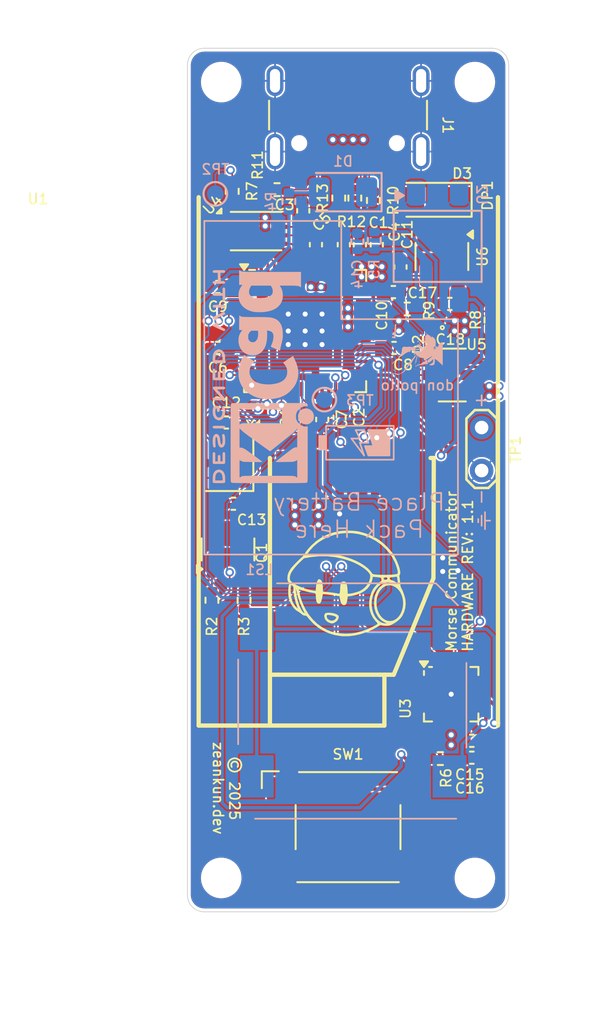
<source format=kicad_pcb>
(kicad_pcb (version 20240108) (generator "pcbnew") (generator_version "8.0")
  (layers (0 "F.Cu" signal) (1 "In1.Cu" signal) (2 "In2.Cu" signal) (31 "B.Cu" signal) (34 "B.Paste" user) (35 "F.Paste" user) (36 "B.SilkS" user "B.Silkscreen") (37 "F.SilkS" user "F.Silkscreen") (38 "B.Mask" user) (39 "F.Mask" user) (44 "Edge.Cuts" user))
  (net 0 "")
  (net 1 "+1V1")
  (net 2 "GND")
  (net 3 "+3V3")
  (net 4 "/XI")
  (net 5 "/XO")
  (net 6 "Net-(U2-Vcc)")
  (net 7 "Net-(D1-A)")
  (net 8 "Net-(D2-A)")
  (net 9 "Net-(D2-K)")
  (net 10 "VBUS")
  (net 11 "VSYS")
  (net 12 "Net-(DP1-LEDK)")
  (net 13 "/LCD_SCL")
  (net 15 "/LCD_CS")
  (net 16 "/LCD_RS")
  (net 18 "/LCD_SDA")
  (net 19 "/LCD_RES")
  (net 21 "Net-(J1-D--PadA7)")
  (net 23 "Net-(J1-D+-PadA6)")
  (net 24 "Net-(J1-CC2)")
  (net 26 "Net-(J1-CC1)")
  (net 27 "Net-(U3-OUTN)")
  (net 28 "Net-(U3-OUTP)")
  (net 29 "Net-(Q1-B)")
  (net 30 "Net-(Q1-E)")
  (net 31 "Net-(U1-XOUT)")
  (net 32 "/LCD_BACKLIGHT")
  (net 33 "/IR_BLASTER")
  (net 34 "Net-(U3-~{SD_MODE})")
  (net 35 "/FLASH_CS")
  (net 36 "Net-(R7-Pad1)")
  (net 37 "Net-(U5-PROG)")
  (net 38 "/D+")
  (net 39 "/D-")
  (net 40 "/CODEIN")
  (net 41 "Net-(U5-BAT)")
  (net 42 "Net-(U1-RUN)")
  (net 46 "/PCM_BCLK")
  (net 47 "/FLASH_SD1")
  (net 50 "/PCM_DIN")
  (net 51 "/PCM_LRCLK")
  (net 57 "/FLASH_SCK")
  (net 61 "/IR_RECV")
  (net 62 "/FLASH_SD2")
  (net 65 "/FLASH_SD3")
  (net 71 "/FLASH_SD0")
  (net 78 "Net-(U6-BP)")
  (footprint "Resistor_SMD:R_0402_1005Metric" (layer "F.Cu") (at 86.35 60.6 -90)
    (property "Reference" "R3")
    (property "Value" "20")
  )
  (footprint "Resistor_SMD:R_0402_1005Metric" (layer "F.Cu") (at 100.95 44.05 90)
    (property "Reference" "R8")
    (property "Value" "2k")
  )
  (footprint "Capacitor_SMD:C_0402_1005Metric" (layer "F.Cu") (at 90.975 49.925 -90)
    (property "Reference" "C7")
    (property "Value" "100n")
  )
  (footprint "Diode_SMD:D_SOD-123F" (layer "F.Cu") (at 97.599999 36.95 180)
    (property "Reference" "D3")
    (property "Value" "MBR120VLSFT1G")
  )
  (footprint "Capacitor_SMD:C_0402_1005Metric" (layer "F.Cu") (at 84.8 45.7 180)
    (property "Reference" "C6")
    (property "Value" "100n")
  )
  (footprint "Crystal:Crystal_SMD_2520-4Pin_2.5x2.0mm" (layer "F.Cu") (at 85.5 52.5 90)
    (property "Reference" "Y1")
    (property "Value" "12MHz")
  )
  (footprint "Resistor_SMD:R_0402_1005Metric" (layer "F.Cu") (at 84.45 60.6 90)
    (property "Reference" "R2")
    (property "Value" "1k")
  )
  (footprint "Resistor_SMD:R_0402_1005Metric" (layer "F.Cu") (at 94 36.990001 -90)
    (property "Reference" "R10")
    (property "Value" "5.1k")
  )
  (footprint "Package_TO_SOT_SMD:SOT-23-5" (layer "F.Cu") (at 98.05 40.3 -90)
    (property "Reference" "U6")
    (property "Value" "MIC5205-3.3YM5")
  )
  (footprint "Capacitor_SMD:C_0402_1005Metric" (layer "F.Cu") (at 95.18 42.4)
    (property "Reference" "C10")
    (property "Value" "100n")
  )
  (footprint "Capacitor_SMD:C_0402_1005Metric" (layer "F.Cu") (at 99.82 69.8975)
    (property "Reference" "C16")
    (property "Value" "10u")
  )
  (footprint "Resistor_SMD:R_0402_1005Metric" (layer "F.Cu") (at 91.950001 36.85 -90)
    (property "Reference" "R13")
    (property "Value" "200")
  )
  (footprint "Package_SON:Winbond_USON-8-1EP_3x2mm_P0.5mm_EP0.2x1.6mm" (layer "F.Cu") (at 87.0625 38.8)
    (property "Reference" "U4")
    (property "Value" "ZD25WQ32CEIGR")
  )
  (footprint "Capacitor_SMD:C_0402_1005Metric" (layer "F.Cu") (at 92 49.8 -90)
    (property "Reference" "C2")
    (property "Value" "100n")
  )
  (footprint "TestPoint:TestPoint_2Pads_Pitch2.54mm_Drill0.8mm" (layer "F.Cu") (at 100.4 50.4 -90)
    (property "Reference" "TP1")
    (property "Value" "BAT")
  )
  (footprint "Resistor_SMD:R_0402_1005Metric" (layer "F.Cu") (at 90 49.8 90)
    (property "Reference" "R1")
    (property "Value" "1k")
  )
  (footprint "Capacitor_SMD:C_0402_1005Metric" (layer "F.Cu") (at 95.22 45.7)
    (property "Reference" "C8")
    (property "Value" "100n")
  )
  (footprint "MountingHole:MountingHole_2.1mm" (layer "F.Cu") (at 85 77)
    (property "Reference" "H4" (hide yes))
    (property "Value" "MountingHole")
  )
  (footprint "MountingHole:MountingHole_2.1mm" (layer "F.Cu") (at 100 77)
    (property "Reference" "H3" (hide yes))
    (property "Value" "MountingHole")
  )
  (footprint "Resistor_SMD:R_0402_1005Metric" (layer "F.Cu") (at 92.9 36.85 -90)
    (property "Reference" "R12")
    (property "Value" "200")
  )
  (footprint "MountingHole:MountingHole_2.1mm" (layer "F.Cu") (at 100 30)
    (property "Reference" "H2" (hide yes))
    (property "Value" "MountingHole")
  )
  (footprint "Resistor_SMD:R_0402_1005Metric" (layer "F.Cu") (at 85.65 36.45 -90)
    (property "Reference" "R7")
    (property "Value" "1k")
  )
  (footprint "Capacitor_SMD:C_0402_1005Metric" (layer "F.Cu") (at 99.82 68.9)
    (property "Reference" "C15")
    (property "Value" "1u")
  )
  (footprint "Resistor_SMD:R_0402_1005Metric" (layer "F.Cu") (at 88.3 36.35 180)
    (property "Reference" "R11")
    (property "Value" "5.1k")
  )
  (footprint "Capacitor_SMD:C_0402_1005Metric" (layer "F.Cu") (at 85.3 50.1)
    (property "Reference" "C12")
    (property "Value" "15pF")
  )
  (footprint "Capacitor_SMD:C_0402_1005Metric" (layer "F.Cu") (at 84.8 42.1 180)
    (property "Reference" "C9")
    (property "Value" "100n")
  )
  (footprint "MountingHole:MountingHole_2.1mm" (layer "F.Cu") (at 85 30)
    (property "Reference" "H1" (hide yes))
    (property "Value" "MountingHole")
  )
  (footprint "Package_DFN_QFN:TQFN-16-1EP_3x3mm_P0.5mm_EP1.23x1.23mm" (layer "F.Cu") (at 98.6 66.15)
    (property "Reference" "U3")
    (property "Value" "MAX98357A")
  )
  (footprint "Capacitor_SMD:C_0402_1005Metric" (layer "F.Cu") (at 98.52 43.1 180)
    (property "Reference" "C18")
    (property "Value" "2.2u")
  )
  (footprint "Capacitor_SMD:C_0402_1005Metric" (layer "F.Cu") (at 93.2 39.6 90)
    (property "Reference" "C4")
    (property "Value" "1u")
  )
  (footprint "LOGO" (layer "F.Cu") (at 92.4 59.6)
    (property "Reference" "G***" (hide yes))
    (property "Value" "LOGO" (hide yes))
  )
  (footprint "Resistor_SMD:R_0402_1005Metric" (layer "F.Cu") (at 97.959999 69.95 180)
    (property "Reference" "R6")
    (property "Value" "1m")
  )
  (footprint "Capacitor_SMD:C_0402_1005Metric" (layer "F.Cu") (at 85.72 54.9 180)
    (property "Reference" "C13")
    (property "Value" "15pF")
  )
  (footprint "Package_TO_SOT_SMD:SOT-23" (layer "F.Cu") (at 85.4 57.6 90)
    (property "Reference" "Q1")
    (property "Value" "BC807")
  )
  (footprint "Package_TO_SOT_SMD:TSOT-23-6" (layer "F.Cu") (at 98.6625 47.3)
    (property "Reference" "U5")
    (property "Value" "TP4057")
  )
  (footprint "Connector_USB:USB_C_Receptacle_GCT_USB4105-xx-A_16P_TopMnt_Horizontal" (layer "F.Cu") (at 92.5 31 180)
    (property "Reference" "J1")
    (property "Value" "USB_C_Receptacle_USB2.0_16P")
  )
  (footprint "Resistor_SMD:R_0402_1005Metric" (layer "F.Cu") (at 96 43.4 180)
    (property "Reference" "R9")
    (property "Value" "330")
  )
  (footprint "Package_DFN_QFN:QFN-56-1EP_7x7mm_P0.4mm_EP3.2x3.2mm" (layer "F.Cu") (at 89.9625 44.7)
    (property "Reference" "U1")
    (property "Value" "RP2040")
  )
  (footprint "Capacitor_SMD:C_0402_1005Metric" (layer "F.Cu") (at 95.6 40.92 90)
    (property "Reference" "C17")
    (property "Value" "470p")
  )
  (footprint "Capacitor_SMD:C_0402_1005Metric" (layer "F.Cu") (at 94.2 39.6 90)
    (property "Reference" "C11")
    (property "Value" "100n")
  )
  (footprint "Capacitor_SMD:C_0402_1005Metric" (layer "F.Cu") (at 89.85 37.6 90)
    (property "Reference" "C3")
    (property "Value" "100n")
  )
  (footprint "LED_SMD:LED_0402_1005Metric" (layer "F.Cu") (at 96.985 44.5 180)
    (property "Reference" "D2")
    (property "Value" "GREEN")
  )
  (footprint "Button_Switch_SMD:SW_SPST_Omron_B3FS-100xP" (layer "F.Cu") (at 92.5 74)
    (property "Reference" "SW1")
    (property "Value" "SW_Push")
  )
  (footprint "Misc:N114-2413THBIG01-H13" (layer "F.Cu") (at 92.866 53)
    (property "Reference" "DP1")
    (property "Value" "ST7789")
  )
  (footprint "Capacitor_SMD:C_0402_1005Metric" (layer "F.Cu") (at 90.6 39.6 90)
    (property "Reference" "C5")
    (property "Value" "100n")
  )
  (footprint "Capacitor_SMD:C_0402_1005Metric" (layer "F.Cu") (at 92.25 39.6 90)
    (property "Reference" "C1")
    (property "Value" "1u")
  )
  (footprint "OptoDevice:Everlight_IRM-H6xxT" (layer "B.Cu") (at 97.8 39.7 -90)
    (property "Reference" "U2")
    (property "Value" "IRM-H6xxT")
  )
  (footprint "Capacitor_SMD:C_0402_1005Metric" (layer "B.Cu") (at 93.05 39.4 90)
    (property "Reference" "C14")
    (property "Value" "100n")
  )
  (footprint "Misc:Speaker_13x13mm" (layer "B.Cu") (at 92.8 66.6 180)
    (property "Reference" "LS1")
    (property "Value" "Speaker")
  )
  (footprint "Resistor_SMD:R_0402_1005Metric" (layer "B.Cu") (at 89 37.05 90)
    (property "Reference" "R4")
    (property "Value" "100")
  )
  (footprint "TestPoint:TestPoint_Pad_D1.0mm" (layer "B.Cu") (at 84.65 36.6 180)
    (property "Reference" "TP2")
    (property "Value" "BOOTSEL")
  )
  (footprint "Resistor_SMD:R_0402_1005Metric" (layer "B.Cu") (at 94.05 39.35 90)
    (property "Reference" "R5")
    (property "Value" "220")
  )
  (footprint "Symbol:KiCad-Logo2_5mm_SilkScreen" (layer "B.Cu") (at 87.5 47.4 90)
    (property "Reference" "REF**" (hide yes))
    (property "Value" "KiCad-Logo2_5mm_SilkScreen" (hide yes))
  )
  (footprint "LED_SMD:LED_1206_3216Metric" (layer "B.Cu") (at 92.2 36.5 180)
    (property "Reference" "D1")
    (property "Value" "IR26-21C_L110_TR8")
  )
  (footprint "TestPoint:TestPoint_Pad_D1.0mm" (layer "B.Cu") (at 91.1 48.75 180)
    (property "Reference" "TP3")
    (property "Value" "RUN")
  )
  (footprint "LOGO" (layer "B.Cu") (at 96.6 45.8 180)
    (property "Reference" "G***" (hide yes))
    (property "Value" "LOGO" (hide yes))
  )
  (gr_line (start 100.6 55.9) (end 100.9 55.9) (stroke (width 0.1)) (layer "B.SilkS"))
  (gr_line (start 100.7 48.8) (end 100.1 48.8) (stroke (width 0.1)) (layer "B.SilkS"))
  (gr_rect (start 90.8 50.9) (end 91.2 51.7) (stroke (width 0.1)) (fill solid) (layer "B.SilkS"))
  (gr_line (start 93.45 52.05) (end 92.7 51.05) (stroke (width 0.1)) (layer "B.SilkS"))
  (gr_line (start 84 38.2) (end 84 57.9) (stroke (width 0.1)) (layer "B.SilkS"))
  (gr_line (start 93.2 51.05) (end 92.95 50.55) (stroke (width 0.1)) (layer "B.SilkS"))
  (gr_line (start 92.1 44) (end 92.1 38.2) (stroke (width 0.1)) (layer "B.SilkS"))
  (gr_line (start 100.4 56.2) (end 100.4 55.6) (stroke (width 0.1)) (layer "B.SilkS"))
  (gr_line (start 100.4 48.5) (end 100.4 49.1) (stroke (width 0.1)) (layer "B.SilkS"))
  (gr_line (start 92.7 51.05) (end 93.2 51.05) (stroke (width 0.1)) (layer "B.SilkS"))
  (gr_line (start 92.95 50.55) (end 93.45 50.55) (stroke (width 0.1)) (layer "B.SilkS"))
  (gr_line (start 93.45 50.55) (end 93.7 51.3) (stroke (width 0.1)) (layer "B.SilkS"))
  (gr_line (start 100.6 56.4) (end 100.6 55.4) (stroke (width 0.1)) (layer "B.SilkS"))
  (gr_line (start 99 44) (end 92.1 44) (stroke (width 0.1)) (layer "B.SilkS"))
  (gr_poly (pts (xy 93.7 50.55) (xy 94 51.5) (xy 93.5 51.5) (xy 93.7 52.05) (xy 94.95 52.05) (xy 94.95 50.55)) (stroke (width 0.1)) (fill solid) (layer "B.SilkS"))
  (gr_line (start 99 57.9) (end 99 44) (stroke (width 0.1)) (layer "B.SilkS"))
  (gr_rect (start 91.2 50.3) (end 95.2 52.3) (stroke (width 0.1)) (fill none) (layer "B.SilkS"))
  (gr_line (start 93.2 51.3) (end 93.45 52.05) (stroke (width 0.1)) (layer "B.SilkS"))
  (gr_line (start 93.7 51.3) (end 93.2 51.3) (stroke (width 0.1)) (layer "B.SilkS"))
  (gr_line (start 99 57.9) (end 84 57.9) (stroke (width 0.1)) (layer "B.SilkS"))
  (gr_line (start 84 38.2) (end 92.1 38.2) (stroke (width 0.1)) (layer "B.SilkS"))
  (gr_line (start 100.4 54.2) (end 100.4 54.8) (stroke (width 0.1)) (layer "B.SilkS"))
  (gr_line (start 100.2 56) (end 100.2 55.800001) (stroke (width 0.1)) (layer "B.SilkS"))
  (gr_line (start 101 79) (end 84 79) (stroke (width 0.05)) (layer "Edge.Cuts"))
  (gr_arc (start 102 78) (mid 101.707107 78.707107) (end 101 79) (stroke (width 0.05)) (layer "Edge.Cuts"))
  (gr_arc (start 83 29) (mid 83.292893 28.292893) (end 84 28) (stroke (width 0.05)) (layer "Edge.Cuts"))
  (gr_line (start 102 78) (end 102 29) (stroke (width 0.05)) (layer "Edge.Cuts"))
  (gr_arc (start 84 79) (mid 83.292893 78.707107) (end 83 78) (stroke (width 0.05)) (layer "Edge.Cuts"))
  (gr_line (start 84 28) (end 101 28) (stroke (width 0.05)) (layer "Edge.Cuts"))
  (gr_line (start 83 78) (end 83 29) (stroke (width 0.05)) (layer "Edge.Cuts"))
  (gr_arc (start 101 28) (mid 101.707107 28.292893) (end 102 29) (stroke (width 0.05)) (layer "Edge.Cuts"))
  (gr_text "don pollo" (at 96.6 47.9 0) (layer "B.SilkS") (effects (font (size 0.6 0.6) (thickness 0.1)) (justify mirror)))
  (gr_text "Place Battery\nPack Here" (at 93.15 57 0) (layer "B.SilkS") (effects (font (size 1 1) (thickness 0.1)) (justify bottom mirror)))
  (gr_text "© 2025\nzeankun.dev" (at 85.3 71.7 270) (layer "F.SilkS") (effects (font (size 0.6 0.6) (thickness 0.1))))
  (gr_text "Morse Communicator\nHARDWARE REV: 1.1" (at 99.1 63.7 90) (layer "F.SilkS") (effects (font (size 0.6 0.6) (thickness 0.1)) (justify left)))
  (segment (start 92 53.1) (end 92 55.5) (width 0.2) (layer "F.Cu") (net 2))
  (via (at 90.9625 43.7) (size 0.5) (drill 0.3) (layers "F.Cu" "B.Cu") (net 2))
  (via (at 89.9625 45.5) (size 0.5) (drill 0.3) (layers "F.Cu" "B.Cu") (net 2))
  (via (at 98.1 58.9) (size 0.5) (drill 0.3) (layers "F.Cu" "B.Cu") (net 2))
  (via (at 92 55.5) (size 0.5) (drill 0.3) (layers "F.Cu" "B.Cu") (net 2))
  (via (at 98.1 58.1) (size 0.5) (drill 0.3) (layers "F.Cu" "B.Cu") (net 2))
  (via (at 88.9625 45.5) (size 0.5) (drill 0.3) (layers "F.Cu" "B.Cu") (net 2))
  (via (at 89.9625 43.7) (size 0.5) (drill 0.3) (layers "F.Cu" "B.Cu") (net 2))
  (via (at 88.9625 44.7) (size 0.5) (drill 0.3) (layers "F.Cu" "B.Cu") (net 2))
  (via (at 99 58.85) (size 0.5) (drill 0.3) (layers "F.Cu" "B.Cu") (net 2))
  (via (at 89.9625 44.7) (size 0.5) (drill 0.3) (layers "F.Cu" "B.Cu") (net 2))
  (via (at 90.9625 44.7) (size 0.5) (drill 0.3) (layers "F.Cu" "B.Cu") (net 2))
  (via (at 88.9625 43.7) (size 0.5) (drill 0.3) (layers "F.Cu" "B.Cu") (net 2))
  (via (at 90.9625 45.5) (size 0.5) (drill 0.3) (layers "F.Cu" "B.Cu") (net 2))
  (via (at 98.6 66.15) (size 0.5) (drill 0.3) (layers "F.Cu" "B.Cu") (net 2))
  (via (at 90.75 55.6) (size 0.5) (drill 0.3) (layers "F.Cu" "B.Cu") (net 3))
  (via (at 87.6 38) (size 0.5) (drill 0.3) (layers "F.Cu" "B.Cu") (net 3))
  (via (at 89.35 55.05) (size 0.5) (drill 0.3) (layers "F.Cu" "B.Cu") (net 3))
  (via (at 99.4 44.1) (size 0.5) (drill 0.3) (layers "F.Cu" "B.Cu") (net 3))
  (via (at 90.3 42.1) (size 0.5) (drill 0.3) (layers "F.Cu" "B.Cu") (net 3))
  (via (at 89.35 55.6) (size 0.5) (drill 0.3) (layers "F.Cu" "B.Cu") (net 3))
  (via (at 86.8 47.9) (size 0.5) (drill 0.3) (layers "F.Cu" "B.Cu") (net 3))
  (via (at 90.9 42.1) (size 0.5) (drill 0.3) (layers "F.Cu" "B.Cu") (net 3))
  (via (at 92.5 43.9) (size 0.5) (drill 0.3) (layers "F.Cu" "B.Cu") (net 3))
  (via (at 87.6 38.5) (size 0.5) (drill 0.3) (layers "F.Cu" "B.Cu") (net 3))
  (via (at 93.3 40.9) (size 0.5) (drill 0.3) (layers "F.Cu" "B.Cu") (net 3))
  (via (at 93.9 40.9) (size 0.5) (drill 0.3) (layers "F.Cu" "B.Cu") (net 3))
  (via (at 93.9 41.5) (size 0.5) (drill 0.3) (layers "F.Cu" "B.Cu") (net 3))
  (via (at 90.75 55.05) (size 0.5) (drill 0.3) (layers "F.Cu" "B.Cu") (net 3))
  (via (at 94.5 40.9) (size 0.5) (drill 0.3) (layers "F.Cu" "B.Cu") (net 3))
  (via (at 89.35 56.15) (size 0.5) (drill 0.3) (layers "F.Cu" "B.Cu") (net 3))
  (via (at 98.6 69.15) (size 0.5) (drill 0.3) (layers "F.Cu" "B.Cu") (net 3))
  (via (at 92.5 44.45) (size 0.5) (drill 0.3) (layers "F.Cu" "B.Cu") (net 3))
  (via (at 93.3 41.5) (size 0.5) (drill 0.3) (layers "F.Cu" "B.Cu") (net 3))
  (via (at 92.5 43.35) (size 0.5) (drill 0.3) (layers "F.Cu" "B.Cu") (net 3))
  (via (at 94.5 41.5) (size 0.5) (drill 0.3) (layers "F.Cu" "B.Cu") (net 3))
  (via (at 98.6 68.55) (size 0.5) (drill 0.3) (layers "F.Cu" "B.Cu") (net 3))
  (via (at 99.4 44.7) (size 0.5) (drill 0.3) (layers "F.Cu" "B.Cu") (net 3))
  (via (at 98.8 44.7) (size 0.5) (drill 0.3) (layers "F.Cu" "B.Cu") (net 3))
  (via (at 98.8 44.1) (size 0.5) (drill 0.3) (layers "F.Cu" "B.Cu") (net 3))
  (via (at 90.75 56.15) (size 0.5) (drill 0.3) (layers "F.Cu" "B.Cu") (net 3))
  (segment (start 94.05 38.840001) (end 95.990001 38.840001) (width 0.2) (layer "B.Cu") (net 3))
  (segment (start 98.3 44.1) (end 99.4 44.1) (width 0.2) (layer "B.Cu") (net 3))
  (segment (start 97.7 43.5) (end 98.3 44.1) (width 0.2) (layer "B.Cu") (net 3))
  (segment (start 95.990001 38.840001) (end 97.7 40.55) (width 0.2) (layer "B.Cu") (net 3))
  (segment (start 97.7 40.55) (end 97.7 43.5) (width 0.2) (layer "B.Cu") (net 3))
  (segment (start 84 50.825) (end 84 49.7) (width 0.1) (layer "F.Cu") (net 4))
  (segment (start 84.8 51.625) (end 84 50.825) (width 0.1) (layer "F.Cu") (net 4))
  (segment (start 86.15 49.3) (end 87.25 50.4) (width 0.1) (layer "F.Cu") (net 4))
  (segment (start 84.8 51.625) (end 84.8 50.12) (width 0.1) (layer "F.Cu") (net 4))
  (segment (start 89.1 50.4) (end 89.3625 50.1375) (width 0.1) (layer "F.Cu") (net 4))
  (segment (start 89.3625 50.1375) (end 89.3625 48.1375) (width 0.1) (layer "F.Cu") (net 4))
  (segment (start 87.25 50.4) (end 89.1 50.4) (width 0.1) (layer "F.Cu") (net 4))
  (segment (start 84.8 50.12) (end 84.82 50.1) (width 0.1) (layer "F.Cu") (net 4))
  (segment (start 84 49.7) (end 84.4 49.3) (width 0.1) (layer "F.Cu") (net 4))
  (segment (start 84.4 49.3) (end 86.15 49.3) (width 0.1) (layer "F.Cu") (net 4))
  (segment (start 89.609999 50.7) (end 88.1 50.7) (width 0.1) (layer "F.Cu") (net 5))
  (segment (start 90 50.309999) (end 89.609999 50.7) (width 0.1) (layer "F.Cu") (net 5))
  (segment (start 87.2 53.1) (end 86.925 53.375) (width 0.1) (layer "F.Cu") (net 5))
  (segment (start 86.2 54.9) (end 86.2 53.375) (width 0.1) (layer "F.Cu") (net 5))
  (segment (start 86.925 53.375) (end 86.2 53.375) (width 0.1) (layer "F.Cu") (net 5))
  (segment (start 88.1 50.7) (end 87.2 51.6) (width 0.1) (layer "F.Cu") (net 5))
  (segment (start 87.2 51.6) (end 87.2 53.1) (width 0.1) (layer "F.Cu") (net 5))
  (segment (start 94.029999 39.88) (end 94.05 39.859999) (width 0.2) (layer "B.Cu") (net 6))
  (segment (start 96.53 42.85) (end 96.53 40.58) (width 0.2) (layer "B.Cu") (net 6))
  (segment (start 96.53 40.58) (end 95.809999 39.859999) (width 0.2) (layer "B.Cu") (net 6))
  (segment (start 95.809999 39.859999) (end 94.05 39.859999) (width 0.2) (layer "B.Cu") (net 6))
  (segment (start 93.05 39.88) (end 94.029999 39.88) (width 0.2) (layer "B.Cu") (net 6))
  (segment (start 89 36.540001) (end 90.759999 36.540001) (width 0.2) (layer "B.Cu") (net 7))
  (segment (start 90.759999 36.540001) (end 90.8 36.5) (width 0.2) (layer "B.Cu") (net 7))
  (via (at 93.4 33.4) (size 0.5) (drill 0.3) (layers "F.Cu" "B.Cu") (net 10))
  (via (at 92.8 33.4) (size 0.5) (drill 0.3) (layers "F.Cu" "B.Cu") (net 10))
  (via (at 95.5 44.7) (size 0.5) (drill 0.3) (layers "F.Cu" "B.Cu") (net 10))
  (via (at 95.5 44.1) (size 0.5) (drill 0.3) (layers "F.Cu" "B.Cu") (net 10))
  (via (at 101.45 47.95) (size 0.5) (drill 0.3) (layers "F.Cu" "B.Cu") (net 10))
  (via (at 100.85 48.55) (size 0.5) (drill 0.3) (layers "F.Cu" "B.Cu") (net 10))
  (via (at 101.45 48.55) (size 0.5) (drill 0.3) (layers "F.Cu" "B.Cu") (net 10))
  (via (at 92.2 33.4) (size 0.5) (drill 0.3) (layers "F.Cu" "B.Cu") (net 10))
  (via (at 100.85 47.95) (size 0.5) (drill 0.3) (layers "F.Cu" "B.Cu") (net 10))
  (via (at 91.6 33.4) (size 0.5) (drill 0.3) (layers "F.Cu" "B.Cu") (net 10))
  (segment (start 89.9 59.65) (end 89.9 53.1) (width 0.1) (layer "F.Cu") (net 12))
  (segment (start 86.35 61.109999) (end 88.440001 61.109999) (width 0.1) (layer "F.Cu") (net 12))
  (segment (start 88.440001 61.109999) (end 89.9 59.65) (width 0.1) (layer "F.Cu") (net 12))
  (segment (start 88.1625 49.377504) (end 88.060002 49.480002) (width 0.1) (layer "F.Cu") (net 13))
  (segment (start 94.8 50.9) (end 94.95 50.75) (width 0.1) (layer "F.Cu") (net 13))
  (segment (start 88.1625 48.1375) (end 88.1625 49.377504) (width 0.1) (layer "F.Cu") (net 13))
  (segment (start 94.8 53.1) (end 94.8 50.9) (width 0.1) (layer "F.Cu") (net 13))
  (via (at 94.95 50.75) (size 0.5) (drill 0.3) (layers "F.Cu" "B.Cu") (net 13))
  (via (at 88.060002 49.480002) (size 0.5) (drill 0.3) (layers "F.Cu" "B.Cu") (net 13))
  (segment (start 85.275735 46.158579) (end 84.7 46.734314) (width 0.1) (layer "B.Cu") (net 13))
  (segment (start 95.3 46.285787) (end 94.614213 45.6) (width 0.1) (layer "B.Cu") (net 13))
  (segment (start 94.614213 45.6) (end 93.451474 45.6) (width 0.1) (layer "B.Cu") (net 13))
  (segment (start 93.451474 45.6) (end 92.892895 46.158579) (width 0.1) (layer "B.Cu") (net 13))
  (segment (start 85.797159 49.680002) (end 87.860002 49.680002) (width 0.1) (layer "B.Cu") (net 13))
  (segment (start 87.860002 49.680002) (end 88.060002 49.480002) (width 0.1) (layer "B.Cu") (net 13))
  (segment (start 92.892895 46.158579) (end 85.275735 46.158579) (width 0.1) (layer "B.Cu") (net 13))
  (segment (start 95.101042 49.701041) (end 95.3 49.502083) (width 0.1) (layer "B.Cu") (net 13))
  (segment (start 84.7 48.582843) (end 85.797159 49.680002) (width 0.1) (layer "B.Cu") (net 13))
  (segment (start 95.3 49.502083) (end 95.3 46.285787) (width 0.1) (layer "B.Cu") (net 13))
  (segment (start 84.7 46.734314) (end 84.7 48.582843) (width 0.1) (layer "B.Cu") (net 13))
  (segment (start 94.95 50.75) (end 94.95 49.852082) (width 0.1) (layer "B.Cu") (net 13))
  (segment (start 94.95 49.852082) (end 95.101042 49.701041) (width 0.1) (layer "B.Cu") (net 13))
  (segment (start 92.7 51.9) (end 92.05 51.25) (width 0.1) (layer "F.Cu") (net 15))
  (segment (start 86.525 47.3) (end 85.5 47.3) (width 0.1) (layer "F.Cu") (net 15))
  (segment (start 92.7 53.1) (end 92.7 51.9) (width 0.1) (layer "F.Cu") (net 15))
  (via (at 92.05 51.25) (size 0.5) (drill 0.3) (layers "F.Cu" "B.Cu") (net 15))
  (via (at 85.5 47.3) (size 0.5) (drill 0.3) (layers "F.Cu" "B.Cu") (net 15))
  (segment (start 94.7 46.534314) (end 94.365686 46.2) (width 0.1) (layer "B.Cu") (net 15))
  (segment (start 91.9 51.1) (end 91.9 50.453554) (width 0.1) (layer "B.Cu") (net 15))
  (segment (start 93.1 46.8) (end 86 46.8) (width 0.1) (layer "B.Cu") (net 15))
  (segment (start 94.7 49.253554) (end 94.7 46.534314) (width 0.1) (layer "B.Cu") (net 15))
  (segment (start 92.05 51.25) (end 91.9 51.1) (width 0.1) (layer "B.Cu") (net 15))
  (segment (start 92.203554 50.15) (end 93.803554 50.15) (width 0.1) (layer "B.Cu") (net 15))
  (segment (start 86 46.8) (end 85.5 47.3) (width 0.1) (layer "B.Cu") (net 15))
  (segment (start 91.9 50.453554) (end 92.203554 50.15) (width 0.1) (layer "B.Cu") (net 15))
  (segment (start 93.7 46.2) (end 93.1 46.8) (width 0.1) (layer "B.Cu") (net 15))
  (segment (start 94.365686 46.2) (end 93.7 46.2) (width 0.1) (layer "B.Cu") (net 15))
  (segment (start 93.803554 50.15) (end 94.7 49.253554) (width 0.1) (layer "B.Cu") (net 15))
  (segment (start 94.2 51) (end 94.1 51.1) (width 0.1) (layer "F.Cu") (net 16))
  (segment (start 87.3 49.149342) (end 87.3 48.834314) (width 0.1) (layer "F.Cu") (net 16))
  (segment (start 94.1 51.1) (end 94.1 53.1) (width 0.1) (layer "F.Cu") (net 16))
  (segment (start 87.3 48.834314) (end 87.3625 48.771814) (width 0.1) (layer "F.Cu") (net 16))
  (segment (start 87.3625 48.771814) (end 87.3625 48.1375) (width 0.1) (layer "F.Cu") (net 16))
  (segment (start 87.16934 49.280002) (end 87.3 49.149342) (width 0.1) (layer "F.Cu") (net 16))
  (via (at 94.2 51) (size 0.5) (drill 0.3) (layers "F.Cu" "B.Cu") (net 16))
  (via (at 87.16934 49.280002) (size 0.5) (drill 0.3) (layers "F.Cu" "B.Cu") (net 16))
  (segment (start 85.880002 49.480002) (end 84.9 48.5) (width 0.1) (layer "B.Cu") (net 16))
  (segment (start 95.1 49.419239) (end 94.2 50.319239) (width 0.1) (layer "B.Cu") (net 16))
  (segment (start 85.358578 46.358579) (end 92.975737 46.358579) (width 0.1) (layer "B.Cu") (net 16))
  (segment (start 94.2 50.319239) (end 94.2 51) (width 0.1) (layer "B.Cu") (net 16))
  (segment (start 84.9 48.5) (end 84.9 46.817157) (width 0.1) (layer "B.Cu") (net 16))
  (segment (start 94.531371 45.8) (end 95.1 46.368629) (width 0.1) (layer "B.Cu") (net 16))
  (segment (start 92.975737 46.358579) (end 93.534316 45.8) (width 0.1) (layer "B.Cu") (net 16))
  (segment (start 95.1 46.368629) (end 95.1 49.419239) (width 0.1) (layer "B.Cu") (net 16))
  (segment (start 84.9 46.817157) (end 85.358578 46.358579) (width 0.1) (layer "B.Cu") (net 16))
  (segment (start 86.96934 49.480002) (end 85.880002 49.480002) (width 0.1) (layer "B.Cu") (net 16))
  (segment (start 93.534316 45.8) (end 94.531371 45.8) (width 0.1) (layer "B.Cu") (net 16))
  (segment (start 87.16934 49.280002) (end 86.96934 49.480002) (width 0.1) (layer "B.Cu") (net 16))
  (segment (start 88.5625 48.1375) (end 88.5625 49.087826) (width 0.1) (layer "F.Cu") (net 18))
  (segment (start 95.5 53.1) (end 95.5 50.8) (width 0.1) (layer "F.Cu") (net 18))
  (segment (start 95.5 50.8) (end 95.6 50.7) (width 0.1) (layer "F.Cu") (net 18))
  (via (at 88.5625 49.087826) (size 0.5) (drill 0.3) (layers "F.Cu" "B.Cu") (net 18))
  (via (at 95.6 50.7) (size 0.5) (drill 0.3) (layers "F.Cu" "B.Cu") (net 18))
  (segment (start 94.697056 45.4) (end 93.368632 45.4) (width 0.1) (layer "B.Cu") (net 18))
  (segment (start 95.6 50.7) (end 95.5 50.6) (width 0.1) (layer "B.Cu") (net 18))
  (segment (start 88.225688 49.880002) (end 88.5625 49.54319) (width 0.1) (layer "B.Cu") (net 18))
  (segment (start 84.5 48.665686) (end 85.714316 49.880002) (width 0.1) (layer "B.Cu") (net 18))
  (segment (start 93.368632 45.4) (end 92.810053 45.958579) (width 0.1) (layer "B.Cu") (net 18))
  (segment (start 84.5 46.651471) (end 84.5 48.665686) (width 0.1) (layer "B.Cu") (net 18))
  (segment (start 85.714316 49.880002) (end 88.225688 49.880002) (width 0.1) (layer "B.Cu") (net 18))
  (segment (start 95.5 50.6) (end 95.5 46.202944) (width 0.1) (layer "B.Cu") (net 18))
  (segment (start 95.5 46.202944) (end 94.697056 45.4) (width 0.1) (layer "B.Cu") (net 18))
  (segment (start 85.192892 45.958579) (end 84.5 46.651471) (width 0.1) (layer "B.Cu") (net 18))
  (segment (start 88.5625 49.54319) (end 88.5625 49.087826) (width 0.1) (layer "B.Cu") (net 18))
  (segment (start 92.810053 45.958579) (end 85.192892 45.958579) (width 0.1) (layer "B.Cu") (net 18))
  (segment (start 87.7625 48.1375) (end 87.7625 48.9375) (width 0.1) (layer "F.Cu") (net 19))
  (segment (start 93.4 51) (end 93.45 50.95) (width 0.1) (layer "F.Cu") (net 19))
  (segment (start 87.7625 48.9375) (end 87.7 49) (width 0.1) (layer "F.Cu") (net 19))
  (segment (start 93.4 53.1) (end 93.4 51) (width 0.1) (layer "F.Cu") (net 19))
  (via (at 87.7 49) (size 0.5) (drill 0.3) (layers "F.Cu" "B.Cu") (net 19))
  (via (at 93.45 50.95) (size 0.5) (drill 0.3) (layers "F.Cu" "B.Cu") (net 19))
  (segment (start 85.441421 46.558579) (end 85.1 46.9) (width 0.1) (layer "B.Cu") (net 19))
  (segment (start 93.617158 46) (end 93.058579 46.558579) (width 0.1) (layer "B.Cu") (net 19))
  (segment (start 85.1 46.9) (end 85.1 48.417158) (width 0.1) (layer "B.Cu") (net 19))
  (segment (start 85.962844 49.280002) (end 86.437156 49.280002) (width 0.1) (layer "B.Cu") (net 19))
  (segment (start 87.580002 48.880002) (end 87.7 49) (width 0.1) (layer "B.Cu") (net 19))
  (segment (start 94.448529 46) (end 93.617158 46) (width 0.1) (layer "B.Cu") (net 19))
  (segment (start 93.45 50.786397) (end 94.9 49.336397) (width 0.1) (layer "B.Cu") (net 19))
  (segment (start 94.9 49.336397) (end 94.9 46.451471) (width 0.1) (layer "B.Cu") (net 19))
  (segment (start 86.437156 49.280002) (end 86.837156 48.880002) (width 0.1) (layer "B.Cu") (net 19))
  (segment (start 93.45 50.95) (end 93.45 50.786397) (width 0.1) (layer "B.Cu") (net 19))
  (segment (start 93.058579 46.558579) (end 85.441421 46.558579) (width 0.1) (layer "B.Cu") (net 19))
  (segment (start 85.1 48.417158) (end 85.962844 49.280002) (width 0.1) (layer "B.Cu") (net 19))
  (segment (start 94.9 46.451471) (end 94.448529 46) (width 0.1) (layer "B.Cu") (net 19))
  (segment (start 86.837156 48.880002) (end 87.580002 48.880002) (width 0.1) (layer "B.Cu") (net 19))
  (segment (start 93.25 34.25) (end 93.25 34.68) (width 0.1) (layer "F.Cu") (net 21))
  (segment (start 92.9 36.340001) (end 93.25 35.990001) (width 0.1) (layer "F.Cu") (net 21))
  (segment (start 93.25 35.990001) (end 93.25 34.68) (width 0.1) (layer "F.Cu") (net 21))
  (segment (start 92.25 34.105001) (end 92.400001 33.955) (width 0.1) (layer "F.Cu") (net 21))
  (segment (start 92.400001 33.955) (end 92.955 33.955) (width 0.1) (layer "F.Cu") (net 21))
  (segment (start 92.25 34.68) (end 92.25 34.105001) (width 0.1) (layer "F.Cu") (net 21))
  (segment (start 92.955 33.955) (end 93.25 34.25) (width 0.1) (layer "F.Cu") (net 21))
  (segment (start 91.75 34.68) (end 91.75 35.254999) (width 0.1) (layer "F.Cu") (net 23))
  (segment (start 91.75 35.6) (end 91.75 34.68) (width 0.1) (layer "F.Cu") (net 23))
  (segment (start 92.75 35.075278) (end 92.75 34.68) (width 0.1) (layer "F.Cu") (net 23))
  (segment (start 92.420278 35.405) (end 92.75 35.075278) (width 0.1) (layer "F.Cu") (net 23))
  (segment (start 91.75 35.254999) (end 91.900001 35.405) (width 0.1) (layer "F.Cu") (net 23))
  (segment (start 91.950001 36.340001) (end 91.950001 35.800001) (width 0.1) (layer "F.Cu") (net 23))
  (segment (start 91.950001 35.800001) (end 91.75 35.6) (width 0.1) (layer "F.Cu") (net 23))
  (segment (start 91.900001 35.405) (end 92.420278 35.405) (width 0.1) (layer "F.Cu") (net 23))
  (segment (start 90.1 36.35) (end 90.75 35.7) (width 0.1) (layer "F.Cu") (net 24))
  (segment (start 90.75 35.7) (end 90.75 34.68) (width 0.1) (layer "F.Cu") (net 24))
  (segment (start 88.809999 36.35) (end 90.1 36.35) (width 0.1) (layer "F.Cu") (net 24))
  (segment (start 93.75 36.230002) (end 93.75 34.68) (width 0.1) (layer "F.Cu") (net 26))
  (segment (start 94 36.480002) (end 93.75 36.230002) (width 0.1) (layer "F.Cu") (net 26))
  (segment (start 100.65 66.4) (end 100.75 66.4) (width 0.2) (layer "F.Cu") (net 27))
  (segment (start 100.0375 66.4) (end 100.65 66.4) (width 0.2) (layer "F.Cu") (net 27))
  (segment (start 101.25 66.9) (end 101.25 67.65) (width 0.2) (layer "F.Cu") (net 27))
  (segment (start 101.25 67.75) (end 101.15 67.85) (width 0.2) (layer "F.Cu") (net 27))
  (segment (start 100.75 66.4) (end 101.25 66.9) (width 0.2) (layer "F.Cu") (net 27))
  (segment (start 101.25 67.65) (end 101.25 67.75) (width 0.2) (layer "F.Cu") (net 27))
  (via (at 101.15 67.85) (size 0.5) (drill 0.3) (layers "F.Cu" "B.Cu") (net 27))
  (segment (start 87.1 71) (end 87.1 62.3) (width 0.2) (layer "B.Cu") (net 27))
  (segment (start 101.15 67.85) (end 101.15 62.75) (width 0.2) (layer "B.Cu") (net 27))
  (segment (start 100.7 62.3) (end 98.5 62.3) (width 0.2) (layer "B.Cu") (net 27))
  (segment (start 101.15 62.75) (end 100.7 62.3) (width 0.2) (layer "B.Cu") (net 27))
  (segment (start 87.1 62.3) (end 98.5 62.3) (width 0.2) (layer "B.Cu") (net 27))
  (segment (start 100.0375 66.9) (end 100.5 66.9) (width 0.2) (layer "F.Cu") (net 28))
  (segment (start 100.65 67.05) (end 100.65 67.7) (width 0.2) (layer "F.Cu") (net 28))
  (segment (start 100.65 67.7) (end 100.5 67.85) (width 0.2) (layer "F.Cu") (net 28))
  (segment (start 100.5 66.9) (end 100.65 67.05) (width 0.2) (layer "F.Cu") (net 28))
  (via (at 100.5 67.85) (size 0.5) (drill 0.3) (layers "F.Cu" "B.Cu") (net 28))
  (segment (start 99.25 70.25) (end 98.5 71) (width 0.2) (layer "B.Cu") (net 28))
  (segment (start 100.5 67.85) (end 99.25 69.1) (width 0.2) (layer "B.Cu") (net 28))
  (segment (start 99.25 69.1) (end 99.25 70.25) (width 0.2) (layer "B.Cu") (net 28))
  (segment (start 84.45 60.090001) (end 84.45 58.5375) (width 0.1) (layer "F.Cu") (net 29))
  (segment (start 86.35 60.090001) (end 86.35 58.5375) (width 0.1) (layer "F.Cu") (net 30))
  (segment (start 90 49.290001) (end 90 48.9) (width 0.1) (layer "F.Cu") (net 31))
  (segment (start 89.7625 48.6625) (end 89.7625 48.1375) (width 0.1) (layer "F.Cu") (net 31))
  (segment (start 90 48.9) (end 89.7625 48.6625) (width 0.1) (layer "F.Cu") (net 31))
  (segment (start 92.1625 47.474066) (end 92.332088 47.304478) (width 0.1) (layer "F.Cu") (net 32))
  (segment (start 92.1625 48.1375) (end 92.1625 47.474066) (width 0.1) (layer "F.Cu") (net 32))
  (segment (start 85.5 58.95) (end 85.5 60.059999) (width 0.1) (layer "F.Cu") (net 32))
  (segment (start 85.5 60.059999) (end 84.45 61.109999) (width 0.1) (layer "F.Cu") (net 32))
  (via (at 92.332088 47.304478) (size 0.5) (drill 0.3) (layers "F.Cu" "B.Cu") (net 32))
  (via (at 85.5 58.95) (size 0.5) (drill 0.3) (layers "F.Cu" "B.Cu") (net 32))
  (segment (start 89.95 47.05) (end 92.07761 47.05) (width 0.1) (layer "B.Cu") (net 32))
  (segment (start 92.07761 47.05) (end 92.332088 47.304478) (width 0.1) (layer "B.Cu") (net 32))
  (segment (start 85.35 54.9) (end 89.8 50.45) (width 0.1) (layer "B.Cu") (net 32))
  (segment (start 89.8 50.45) (end 89.8 47.2) (width 0.1) (layer "B.Cu") (net 32))
  (segment (start 85.35 58.8) (end 85.35 54.9) (width 0.1) (layer "B.Cu") (net 32))
  (segment (start 89.8 47.2) (end 89.95 47.05) (width 0.1) (layer "B.Cu") (net 32))
  (segment (start 85.5 58.95) (end 85.35 58.8) (width 0.1) (layer "B.Cu") (net 32))
  (segment (start 92.5625 48.8625) (end 92.9 49.2) (width 0.1) (layer "F.Cu") (net 33))
  (segment (start 92.5625 48.1375) (end 92.5625 48.8625) (width 0.1) (layer "F.Cu") (net 33))
  (via (at 92.9 49.2) (size 0.5) (drill 0.3) (layers "F.Cu" "B.Cu") (net 33))
  (segment (start 94.6 55.3) (end 94.6 59.9) (width 0.2) (layer "B.Cu") (net 33))
  (segment (start 83.65 43.1) (end 85.55 41.2) (width 0.2) (layer "B.Cu") (net 33))
  (segment (start 91.975736 49.6) (end 90.85 50.725736) (width 0.2) (layer "B.Cu") (net 33))
  (segment (start 85.55 41.2) (end 87.55 41.2) (width 0.2) (layer "B.Cu") (net 33))
  (segment (start 87.55 41.2) (end 89 39.75) (width 0.2) (layer "B.Cu") (net 33))
  (segment (start 92.5 49.6) (end 91.975736 49.6) (width 0.2) (layer "B.Cu") (net 33))
  (segment (start 83.65 59.053554) (end 83.65 43.1) (width 0.2) (layer "B.Cu") (net 33))
  (segment (start 92.9 49.2) (end 92.5 49.6) (width 0.2) (layer "B.Cu") (net 33))
  (segment (start 94.6 59.9) (end 94.05 60.45) (width 0.2) (layer "B.Cu") (net 33))
  (segment (start 94.05 54.75) (end 94.6 55.3) (width 0.2) (layer "B.Cu") (net 33))
  (segment (start 89 39.75) (end 89 37.559999) (width 0.2) (layer "B.Cu") (net 33))
  (segment (start 85.046446 60.45) (end 83.65 59.053554) (width 0.2) (layer "B.Cu") (net 33))
  (segment (start 90.85 53.824264) (end 91.775736 54.75) (width 0.2) (layer "B.Cu") (net 33))
  (segment (start 94.05 60.45) (end 85.046446 60.45) (width 0.2) (layer "B.Cu") (net 33))
  (segment (start 90.85 50.725736) (end 90.85 53.824264) (width 0.2) (layer "B.Cu") (net 33))
  (segment (start 91.775736 54.75) (end 94.05 54.75) (width 0.2) (layer "B.Cu") (net 33))
  (segment (start 96.55 69.4) (end 96.55 66.95) (width 0.1) (layer "F.Cu") (net 34))
  (segment (start 97.1 69.95) (end 96.55 69.4) (width 0.1) (layer "F.Cu") (net 34))
  (segment (start 97.45 69.95) (end 97.1 69.95) (width 0.1) (layer "F.Cu") (net 34))
  (segment (start 96.55 66.95) (end 96.6 66.9) (width 0.1) (layer "F.Cu") (net 34))
  (segment (start 96.6 66.9) (end 97.1625 66.9) (width 0.1) (layer "F.Cu") (net 34))
  (segment (start 85.6375 36.972499) (end 85.65 36.959999) (width 0.1) (layer "F.Cu") (net 35))
  (segment (start 84.3 40.165686) (end 84.3 38.6) (width 0.1) (layer "F.Cu") (net 35))
  (segment (start 85.6375 38.05) (end 85.6375 36.972499) (width 0.1) (layer "F.Cu") (net 35))
  (segment (start 87.3625 41.2625) (end 87.3625 40.6625) (width 0.1) (layer "F.Cu") (net 35))
  (segment (start 84.3 38.6) (end 84.85 38.05) (width 0.1) (layer "F.Cu") (net 35))
  (segment (start 84.734314 40.6) (end 84.3 40.165686) (width 0.1) (layer "F.Cu") (net 35))
  (segment (start 87.3625 40.6625) (end 87.3 40.6) (width 0.1) (layer "F.Cu") (net 35))
  (segment (start 84.85 38.05) (end 85.6375 38.05) (width 0.1) (layer "F.Cu") (net 35))
  (segment (start 87.3 40.6) (end 84.734314 40.6) (width 0.1) (layer "F.Cu") (net 35))
  (segment (start 85.65 35.940001) (end 85.65 35.3) (width 0.1) (layer "F.Cu") (net 36))
  (segment (start 85.65 35.3) (end 85.55 35.2) (width 0.1) (layer "F.Cu") (net 36))
  (via (at 85.55 35.2) (size 0.5) (drill 0.3) (layers "F.Cu" "B.Cu") (net 36))
  (segment (start 84.9 35.2) (end 84.65 35.45) (width 0.1) (layer "B.Cu") (net 36))
  (segment (start 84.65 35.45) (end 84.65 36.6) (width 0.1) (layer "B.Cu") (net 36))
  (segment (start 85.55 35.2) (end 84.9 35.2) (width 0.1) (layer "B.Cu") (net 36))
  (segment (start 100.95 46.15) (end 100.75 46.35) (width 0.1) (layer "F.Cu") (net 37))
  (segment (start 100.95 44.559999) (end 100.95 46.15) (width 0.1) (layer "F.Cu") (net 37))
  (segment (start 100.75 46.35) (end 99.8 46.35) (width 0.1) (layer "F.Cu") (net 37))
  (segment (start 91.878674 38.021326) (end 91.756816 38.143184) (width 0.1) (layer "F.Cu") (net 38))
  (segment (start 90.9625 40.606249) (end 90.9625 41.2625) (width 0.1) (layer "F.Cu") (net 38))
  (segment (start 91.756816 38.143184) (end 91.618231 38.281769) (width 0.1) (layer "F.Cu") (net 38))
  (segment (start 91.950001 37.359999) (end 91.950001 37.949999) (width 0.1) (layer "F.Cu") (net 38))
  (segment (start 91.618231 38.281769) (end 91.25 38.65) (width 0.1) (layer "F.Cu") (net 38))
  (segment (start 91.25 38.65) (end 91.25 40.318749) (width 0.1) (layer "F.Cu") (net 38))
  (segment (start 91.25 40.318749) (end 90.9625 40.606249) (width 0.1) (layer "F.Cu") (net 38))
  (segment (start 91.950001 37.949999) (end 91.878674 38.021326) (width 0.1) (layer "F.Cu") (net 38))
  (segment (start 92.9 37.359999) (end 92.9 37.55) (width 0.1) (layer "F.Cu") (net 39))
  (segment (start 91.6 40.368749) (end 91.3625 40.606249) (width 0.1) (layer "F.Cu") (net 39))
  (segment (start 92.153674 38.296326) (end 92.031816 38.418184) (width 0.1) (layer "F.Cu") (net 39))
  (segment (start 92.031816 38.418184) (end 91.6 38.85) (width 0.1) (layer "F.Cu") (net 39))
  (segment (start 91.3625 40.606249) (end 91.3625 41.2625) (width 0.1) (layer "F.Cu") (net 39))
  (segment (start 92.9 37.55) (end 92.153674 38.296326) (width 0.1) (layer "F.Cu") (net 39))
  (segment (start 91.6 38.85) (end 91.6 40.368749) (width 0.1) (layer "F.Cu") (net 39))
  (segment (start 94.3 46.7) (end 94.3 46.678272) (width 0.1) (layer "F.Cu") (net 40))
  (segment (start 93.721728 46.1) (end 93.4 46.1) (width 0.1) (layer "F.Cu") (net 40))
  (segment (start 88.5 71.75) (end 96.5 71.75) (width 0.2) (layer "F.Cu") (net 40))
  (segment (start 94.3 46.678272) (end 93.721728 46.1) (width 0.1) (layer "F.Cu") (net 40))
  (segment (start 96.5 71.75) (end 96.5 70.55) (width 0.2) (layer "F.Cu") (net 40))
  (segment (start 96.5 70.55) (end 95.65 69.7) (width 0.2) (layer "F.Cu") (net 40))
  (via (at 95.65 69.7) (size 0.5) (drill 0.3) (layers "F.Cu" "B.Cu") (net 40))
  (via (at 94.3 46.7) (size 0.5) (drill 0.3) (layers "F.Cu" "B.Cu") (net 40))
  (segment (start 95.65 70.4) (end 95.65 69.7) (width 0.2) (layer "B.Cu") (net 40))
  (segment (start 94.174264 60.75) (end 85.85 60.75) (width 0.2) (layer "B.Cu") (net 40))
  (segment (start 92.1 49.9) (end 91.15 50.85) (width 0.2) (layer "B.Cu") (net 40))
  (segment (start 94.3 46.7) (end 94.45 46.85) (width 0.2) (layer "B.Cu") (net 40))
  (segment (start 93.2 72.85) (end 95.65 70.4) (width 0.2) (layer "B.Cu") (net 40))
  (segment (start 85.05 72.55) (end 85.35 72.85) (width 0.2) (layer "B.Cu") (net 40))
  (segment (start 94.45 46.85) (end 94.45 49.15) (width 0.2) (layer "B.Cu") (net 40))
  (segment (start 94.9 60.024264) (end 94.174264 60.75) (width 0.2) (layer "B.Cu") (net 40))
  (segment (start 91.15 50.85) (end 91.15 53.7) (width 0.2) (layer "B.Cu") (net 40))
  (segment (start 85.85 60.75) (end 85.05 61.55) (width 0.2) (layer "B.Cu") (net 40))
  (segment (start 94.9 55.175736) (end 94.9 60.024264) (width 0.2) (layer "B.Cu") (net 40))
  (segment (start 93.7 49.9) (end 92.1 49.9) (width 0.2) (layer "B.Cu") (net 40))
  (segment (start 85.05 61.55) (end 85.05 72.55) (width 0.2) (layer "B.Cu") (net 40))
  (segment (start 91.15 53.7) (end 91.9 54.45) (width 0.2) (layer "B.Cu") (net 40))
  (segment (start 94.174264 54.45) (end 94.9 55.175736) (width 0.2) (layer "B.Cu") (net 40))
  (segment (start 91.9 54.45) (end 94.174264 54.45) (width 0.2) (layer "B.Cu") (net 40))
  (segment (start 94.45 49.15) (end 93.7 49.9) (width 0.2) (layer "B.Cu") (net 40))
  (segment (start 85.35 72.85) (end 93.2 72.85) (width 0.2) (layer "B.Cu") (net 40))
  (segment (start 91.7625 48.1375) (end 91.7625 47.4625) (width 0.1) (layer "F.Cu") (net 42))
  (segment (start 91.7625 47.4625) (end 91.75 47.45) (width 0.1) (layer "F.Cu") (net 42))
  (via (at 91.75 47.45) (size 0.5) (drill 0.3) (layers "F.Cu" "B.Cu") (net 42))
  (segment (start 91.75 48.1) (end 91.1 48.75) (width 0.1) (layer "B.Cu") (net 42))
  (segment (start 91.75 47.45) (end 91.75 48.1) (width 0.1) (layer "B.Cu") (net 42))
  (segment (start 97.85 64.342721) (end 97.85 64.7125) (width 0.1) (layer "F.Cu") (net 46))
  (segment (start 93.3 59.8) (end 93.3 62.1) (width 0.1) (layer "F.Cu") (net 46))
  (segment (start 84.9 42.65) (end 84.3 43.25) (width 0.1) (layer "F.Cu") (net 46))
  (segment (start 84.3 44.049994) (end 84.249994 44.1) (width 0.1) (layer "F.Cu") (net 46))
  (segment (start 86.375 42.65) (end 86.05 42.65) (width 0.1) (layer "F.Cu") (net 46))
  (segment (start 86.525 42.5) (end 86.375 42.65) (width 0.1) (layer "F.Cu") (net 46))
  (segment (start 86.05 42.65) (end 84.9 42.65) (width 0.1) (layer "F.Cu") (net 46))
  (segment (start 93.3 62.1) (end 93.6 62.4) (width 0.1) (layer "F.Cu") (net 46))
  (segment (start 84.3 43.25) (end 84.3 44.049994) (width 0.1) (layer "F.Cu") (net 46))
  (segment (start 92.1 58.6) (end 93.3 59.8) (width 0.1) (layer "F.Cu") (net 46))
  (segment (start 96.25 62.4) (end 97.85 64) (width 0.1) (layer "F.Cu") (net 46))
  (segment (start 97.85 64) (end 97.85 64.7125) (width 0.1) (layer "F.Cu") (net 46))
  (segment (start 93.6 62.4) (end 96.25 62.4) (width 0.1) (layer "F.Cu") (net 46))
  (via (at 84.249994 44.1) (size 0.5) (drill 0.3) (layers "F.Cu" "B.Cu") (net 46))
  (via (at 92.1 58.6) (size 0.5) (drill 0.3) (layers "F.Cu" "B.Cu") (net 46))
  (segment (start 91.4 59.3) (end 91.4 59.682843) (width 0.1) (layer "B.Cu") (net 46))
  (segment (start 83.9 58.95) (end 83.9 45.3) (width 0.1) (layer "B.Cu") (net 46))
  (segment (start 91.4 59.682843) (end 90.882843 60.2) (width 0.1) (layer "B.Cu") (net 46))
  (segment (start 83.9 45.3) (end 84.25 44.95) (width 0.1) (layer "B.Cu") (net 46))
  (segment (start 84.25 44.95) (end 84.25 44.100006) (width 0.1) (layer "B.Cu") (net 46))
  (segment (start 90.882843 60.2) (end 85.15 60.2) (width 0.1) (layer "B.Cu") (net 46))
  (segment (start 84.25 44.100006) (end 84.249994 44.1) (width 0.1) (layer "B.Cu") (net 46))
  (segment (start 85.15 60.2) (end 83.9 58.95) (width 0.1) (layer "B.Cu") (net 46))
  (segment (start 92.1 58.6) (end 91.4 59.3) (width 0.1) (layer "B.Cu") (net 46))
  (segment (start 87.7625 40.707842) (end 87.454658 40.4) (width 0.1) (layer "F.Cu") (net 47))
  (segment (start 87.7625 41.2625) (end 87.7625 40.707842) (width 0.1) (layer "F.Cu") (net 47))
  (segment (start 84.5 38.8) (end 84.75 38.55) (width 0.1) (layer "F.Cu") (net 47))
  (segment (start 84.817157 40.4) (end 84.5 40.082843) (width 0.1) (layer "F.Cu") (net 47))
  (segment (start 84.5 40.082843) (end 84.5 38.8) (width 0.1) (layer "F.Cu") (net 47))
  (segment (start 87.454658 40.4) (end 84.817157 40.4) (width 0.1) (layer "F.Cu") (net 47))
  (segment (start 84.75 38.55) (end 85.6375 38.55) (width 0.1) (layer "F.Cu") (net 47))
  (segment (start 85.45 43.65) (end 85.45 44.1) (width 0.1) (layer "F.Cu") (net 50))
  (segment (start 91.8 59.2) (end 91.8 63.95) (width 0.1) (layer "F.Cu") (net 50))
  (segment (start 93.25 65.4) (end 97.1625 65.4) (width 0.1) (layer "F.Cu") (net 50))
  (segment (start 91.2 58.6) (end 91.8 59.2) (width 0.1) (layer "F.Cu") (net 50))
  (segment (start 85.8 43.3) (end 85.45 43.65) (width 0.1) (layer "F.Cu") (net 50))
  (segment (start 86.525 43.3) (end 85.8 43.3) (width 0.1) (layer "F.Cu") (net 50))
  (segment (start 91.8 63.95) (end 93.25 65.4) (width 0.1) (layer "F.Cu") (net 50))
  (via (at 91.2 58.6) (size 0.5) (drill 0.3) (layers "F.Cu" "B.Cu") (net 50))
  (via (at 85.45 44.1) (size 0.5) (drill 0.3) (layers "F.Cu" "B.Cu") (net 50))
  (segment (start 91.2 58.6) (end 91.2 59.6) (width 0.1) (layer "B.Cu") (net 50))
  (segment (start 85.232842 60) (end 84.1 58.867158) (width 0.1) (layer "B.Cu") (net 50))
  (segment (start 85.45 44.55) (end 85.45 44.1) (width 0.1) (layer "B.Cu") (net 50))
  (segment (start 84.1 45.9) (end 85.45 44.55) (width 0.1) (layer "B.Cu") (net 50))
  (segment (start 91.2 59.6) (end 90.8 60) (width 0.1) (layer "B.Cu") (net 50))
  (segment (start 90.8 60) (end 85.232842 60) (width 0.1) (layer "B.Cu") (net 50))
  (segment (start 84.1 58.867158) (end 84.1 45.9) (width 0.1) (layer "B.Cu") (net 50))
  (segment (start 84.95 43.15) (end 84.95 43.999997) (width 0.1) (layer "F.Cu") (net 51))
  (segment (start 86.525 42.9) (end 85.2 42.9) (width 0.1) (layer "F.Cu") (net 51))
  (segment (start 98.85 63.3) (end 98.85 64.7125) (width 0.1) (layer "F.Cu") (net 51))
  (segment (start 100.3 61.85) (end 98.85 63.3) (width 0.1) (layer "F.Cu") (net 51))
  (segment (start 85.2 42.9) (end 84.95 43.15) (width 0.1) (layer "F.Cu") (net 51))
  (segment (start 84.95 43.999997) (end 84.849997 44.1) (width 0.1) (layer "F.Cu") (net 51))
  (segment (start 98.85 64.497746) (end 98.85 64.7125) (width 0.1) (layer "F.Cu") (net 51))
  (via (at 100.3 61.85) (size 0.5) (drill 0.3) (layers "F.Cu" "B.Cu") (net 51))
  (via (at 84.849997 44.1) (size 0.5) (drill 0.3) (layers "F.Cu" "B.Cu") (net 51))
  (segment (start 84.849997 43.450003) (end 84.849997 44.1) (width 0.1) (layer "B.Cu") (net 51))
  (segment (start 85.4 42.8) (end 84.85 43.35) (width 0.1) (layer "B.Cu") (net 51))
  (segment (start 100.3 59.35) (end 96.9 55.95) (width 0.1) (layer "B.Cu") (net 51))
  (segment (start 96.9 44.8) (end 94.9 42.8) (width 0.1) (layer "B.Cu") (net 51))
  (segment (start 94.9 42.8) (end 85.4 42.8) (width 0.1) (layer "B.Cu") (net 51))
  (segment (start 100.3 61.85) (end 100.3 59.35) (width 0.1) (layer "B.Cu") (net 51))
  (segment (start 96.9 55.95) (end 96.9 44.8) (width 0.1) (layer "B.Cu") (net 51))
  (segment (start 84.85 43.45) (end 84.849997 43.450003) (width 0.1) (layer "B.Cu") (net 51))
  (segment (start 84.85 43.35) (end 84.85 43.45) (width 0.1) (layer "B.Cu") (net 51))
  (segment (start 89.5 39.3) (end 89.25 39.05) (width 0.1) (layer "F.Cu") (net 57))
  (segment (start 89.25 39.05) (end 88.4875 39.05) (width 0.1) (layer "F.Cu") (net 57))
  (segment (start 88.9625 41.2625) (end 88.9625 40.620343) (width 0.1) (layer "F.Cu") (net 57))
  (segment (start 89.5 40.082843) (end 89.5 39.3) (width 0.1) (layer "F.Cu") (net 57))
  (segment (start 88.9625 40.620343) (end 89.5 40.082843) (width 0.1) (layer "F.Cu") (net 57))
  (segment (start 98 52.05) (end 98 51.55) (width 0.2) (layer "F.Cu") (net 61))
  (segment (start 98 51.55) (end 95.75 49.3) (width 0.2) (layer "F.Cu") (net 61))
  (segment (start 95.75 48.1) (end 94.95 47.3) (width 0.2) (layer "F.Cu") (net 61))
  (segment (start 95.75 49.3) (end 95.75 48.1) (width 0.2) (layer "F.Cu") (net 61))
  (segment (start 94.95 47.3) (end 93.4 47.3) (width 0.2) (layer "F.Cu") (net 61))
  (via (at 98 52.05) (size 0.5) (drill 0.3) (layers "F.Cu" "B.Cu") (net 61))
  (segment (start 100.4 46.25) (end 98.85 47.8) (width 0.2) (layer "B.Cu") (net 61))
  (segment (start 98.85 47.8) (end 98.85 51.2) (width 0.2) (layer "B.Cu") (net 61))
  (segment (start 100.4 43.25) (end 100.4 46.25) (width 0.2) (layer "B.Cu") (net 61))
  (segment (start 98.85 51.2) (end 98 52.05) (width 0.2) (layer "B.Cu") (net 61))
  (segment (start 99.07 42.85) (end 100 42.85) (width 0.2) (layer "B.Cu") (net 61))
  (segment (start 100 42.85) (end 100.4 43.25) (width 0.2) (layer "B.Cu") (net 61))
  (segment (start 84.7 39.3) (end 84.95 39.05) (width 0.1) (layer "F.Cu") (net 62))
  (segment (start 84.7 40) (end 84.7 39.3) (width 0.1) (layer "F.Cu") (net 62))
  (segment (start 84.95 39.05) (end 85.6375 39.05) (width 0.1) (layer "F.Cu") (net 62))
  (segment (start 88.1625 41.2625) (end 88.1625 40.6625) (width 0.1) (layer "F.Cu") (net 62))
  (segment (start 88.1625 40.6625) (end 87.7 40.2) (width 0.1) (layer "F.Cu") (net 62))
  (segment (start 84.9 40.2) (end 84.7 40) (width 0.1) (layer "F.Cu") (net 62))
  (segment (start 87.7 40.2) (end 84.9 40.2) (width 0.1) (layer "F.Cu") (net 62))
  (segment (start 89.3625 41.2625) (end 89.3625 40.503185) (width 0.1) (layer "F.Cu") (net 65))
  (segment (start 89.3625 40.503185) (end 89.582843 40.282843) (width 0.1) (layer "F.Cu") (net 65))
  (segment (start 89.35 38.55) (end 88.4875 38.55) (width 0.1) (layer "F.Cu") (net 65))
  (segment (start 89.7 40.165686) (end 89.7 38.9) (width 0.1) (layer "F.Cu") (net 65))
  (segment (start 89.7 38.9) (end 89.35 38.55) (width 0.1) (layer "F.Cu") (net 65))
  (segment (start 89.582843 40.282843) (end 89.7 40.165686) (width 0.1) (layer "F.Cu") (net 65))
  (segment (start 89.15 39.55) (end 88.4875 39.55) (width 0.1) (layer "F.Cu") (net 71))
  (segment (start 88.5625 41.2625) (end 88.5625 40.7375) (width 0.1) (layer "F.Cu") (net 71))
  (segment (start 88.5625 40.7375) (end 89.3 40) (width 0.1) (layer "F.Cu") (net 71))
  (segment (start 89.3 39.7) (end 89.15 39.55) (width 0.1) (layer "F.Cu") (net 71))
  (segment (start 89.3 40) (end 89.3 39.7) (width 0.1) (layer "F.Cu") (net 71))
  (segment (start 95.6375 41.4375) (end 95.6 41.4) (width 0.1) (layer "F.Cu") (net 78))
  (segment (start 97.100001 41.4375) (end 95.6375 41.4375) (width 0.1) (layer "F.Cu") (net 78))
  (zone (net 3) (net_name "+3V3") (layer "F.Cu") (priority 14) (connect_pads yes (clearance 0.1)) (min_thickness 0.1) (fill yes (thermal_gap 0.1) (thermal_bridge_width 0.1))
    (polygon (pts (xy 90.3 51.7) (xy 90.3 56.5) (xy 91.2 56.5) (xy 91.2 54.55) (xy 90.9 54.55) (xy 90.9 51.7)))
  )
  (zone (net 10) (net_name "VBUS") (layer "F.Cu") (priority 16) (connect_pads yes (clearance 0.1)) (min_thickness 0.1) (fill yes (thermal_gap 0.1) (thermal_bridge_width 0.1))
    (polygon (pts (xy 99 47.8) (xy 99 48.7) (xy 101.5 48.7) (xy 101.5 47.8)))
  )
  (zone (net 9) (net_name "Net-(D2-K)") (layer "F.Cu") (priority 9) (connect_pads yes (clearance 0.1)) (min_thickness 0.1) (fill yes (thermal_gap 0.1) (thermal_bridge_width 0.1))
    (polygon (pts (xy 97 44.1) (xy 97 45.7) (xy 96.7 46) (xy 96.7 46.8) (xy 98.4 46.8) (xy 98.4 45.9) (xy 97.9 45.4) (xy 97.9 44.1)))
  )
  (zone (net 41) (net_name "Net-(U5-BAT)") (layer "F.Cu") (priority 8) (connect_pads yes (clearance 0.1)) (min_thickness 0.1) (fill yes (thermal_gap 0.1) (thermal_bridge_width 0.1))
    (polygon (pts (xy 101.4 49.2) (xy 98.4 49.2) (xy 98.4 47.8) (xy 96.6 47.8) (xy 96.6 49.5) (xy 98.5 51.4) (xy 101.4 51.4)))
  )
  (zone (net 3) (net_name "+3V3") (layer "F.Cu") (priority 5) (connect_pads yes (clearance 0.1)) (min_thickness 0.1) (fill yes (thermal_gap 0.1) (thermal_bridge_width 0.1))
    (polygon (pts (xy 92.8 39.6) (xy 95.1 39.6) (xy 95.1 42.9) (xy 94.7 42.9) (xy 94.2 42.9) (xy 94.2 42.3) (xy 92.8 42.3) (xy 92.8 45.5) (xy 94.101211 45.5) (xy 94.1 45.3) (xy 95.1 45.3) (xy 95.1 46.2) (xy 94.1 46.2) (xy 94.1 45.9) (xy 93.5 45.9) (xy 93.5 49.8) (xy 90.425 49.8) (xy 90.4 49.8) (xy 90.4 48.925) (xy 89.9 48.925) (xy 89.9 47.6) (xy 87.2 47.6) (xy 87.2 48.7) (xy 86.1 48.7) (xy 86.1 45.9) (xy 85.8 45.9) (xy 85.8 46.1) (xy 84.9 46.1) (xy 84.9 45.3) (xy 85.8 45.3) (xy 85.8 45.5) (xy 87.1 45.5) (xy 87.1 42.3) (xy 86 42.3) (xy 86 42.5) (xy 84.8 42.5) (xy 84.8 41.7) (xy 86 41.7) (xy 86 41.9) (xy 90 41.9) (xy 90 40.5) (xy 90.2 40.5) (xy 90.2 39.7) (xy 91.1 39.7) (xy 91.1 40.5) (xy 90.8 40.5) (xy 90.8 41.9) (xy 92 41.9) (xy 92 40.7) (xy 92.8 40.7)))
  )
  (zone (net 3) (net_name "+3V3") (layer "F.Cu") (priority 13) (connect_pads yes (clearance 0.1)) (min_thickness 0.1) (fill yes (thermal_gap 0.1) (thermal_bridge_width 0.1))
    (polygon (pts (xy 98.6 70.3) (xy 98.15 70.3) (xy 98.15 68.2) (xy 98.6 68.2)))
  )
  (zone (net 1) (net_name "+1V1") (layer "F.Cu") (priority 7) (connect_pads yes (clearance 0.1)) (min_thickness 0.1) (fill yes (thermal_gap 0.1) (thermal_bridge_width 0.1))
    (polygon (pts (xy 89.55 40.75) (xy 89.55 40.4) (xy 89.75 40.2) (xy 89.75 38.85) (xy 89.5 38.6) (xy 89.5 37.75) (xy 90.25 37.75) (xy 90.25 38.6) (xy 90.15 38.7) (xy 90.15 40.5) (xy 89.95 40.5) (xy 89.95 40.75)))
  )
  (zone (net 3) (net_name "+3V3") (layer "F.Cu") (priority 12) (connect_pads yes (clearance 0.1)) (min_thickness 0.1) (fill yes (thermal_gap 0.1) (thermal_bridge_width 0.1))
    (polygon (pts (xy 98.6 67.05) (xy 98.6 70.3) (xy 99.75 70.3) (xy 99.75 68.3) (xy 99.5 68.3) (xy 99.5 67.05)))
  )
  (zone (net 1) (net_name "+1V1") (layer "F.Cu") (priority 6) (connect_pads yes (clearance 0.1)) (min_thickness 0.1) (fill yes (thermal_gap 0.1) (thermal_bridge_width 0.1))
    (polygon (pts (xy 91.75 39.6) (xy 91.75 40.5) (xy 91.55 40.5) (xy 91.55 42.45) (xy 89.95 42.45) (xy 89.95 40.75) (xy 89.55 40.75) (xy 89.55 42.65) (xy 87.85 42.65) (xy 87.9 47.1) (xy 90.35 47.1) (xy 90.35 47.925) (xy 90.35 48.55) (xy 90.6 48.75) (xy 90.6 48.9) (xy 91.55 48.9) (xy 91.55 49.8) (xy 92.55 49.8) (xy 92.55 48.6) (xy 90.8 48.6) (xy 90.8 46.85) (xy 92.1 46.85) (xy 92.1 42.45) (xy 92 42.45) (xy 92 40.7) (xy 92.8 40.7) (xy 92.8 39.6)))
  )
  (zone (net 3) (net_name "+3V3") (layer "F.Cu") (priority 11) (connect_pads yes (clearance 0.1)) (min_thickness 0.1) (fill yes (thermal_gap 0.1) (thermal_bridge_width 0.1))
    (polygon (pts (xy 89.1 37.7) (xy 89.1 38.3) (xy 87.9 38.3) (xy 87.9 38.9) (xy 87.2 38.9) (xy 87.2 37.7)))
  )
  (zone (net 3) (net_name "+3V3") (layer "F.Cu") (priority 14) (connect_pads yes (clearance 0.1)) (min_thickness 0.1) (fill yes (thermal_gap 0.1) (thermal_bridge_width 0.1))
    (polygon (pts (xy 88.9 51.7) (xy 88.9 56.5) (xy 89.8 56.5) (xy 89.8 54.55) (xy 89.5 54.55) (xy 89.5 51.7)))
  )
  (zone (net 11) (net_name "VSYS") (layer "F.Cu") (priority 3) (connect_pads yes (clearance 0.1)) (min_thickness 0.1) (fill yes (thermal_gap 0.1) (thermal_bridge_width 0.1))
    (polygon (pts (xy 98.2 36.2) (xy 98.2 38) (xy 96.6 38) (xy 96.6 40) (xy 97.6 40) (xy 97.6 38.4) (xy 98.6 38.4) (xy 98.6 40) (xy 99.6 40) (xy 99.6 38.2) (xy 99.8 38) (xy 99.8 36.2)))
  )
  (zone (net 8) (net_name "Net-(D2-A)") (layer "F.Cu") (priority 10) (connect_pads yes (clearance 0.1)) (min_thickness 0.1) (fill yes (thermal_gap 0.1) (thermal_bridge_width 0.1))
    (polygon (pts (xy 96.1 43) (xy 96.1 44.9) (xy 97 44.9) (xy 97 43)))
  )
  (zone (net 10) (net_name "VBUS") (layer "F.Cu") (priority 15) (connect_pads yes (clearance 0.1)) (min_thickness 0.1) (fill yes (thermal_gap 0.1) (thermal_bridge_width 0.1))
    (polygon (pts (xy 95.1 42.9) (xy 95.1 44.8) (xy 95.9 44.8) (xy 95.9 42.9)))
  )
  (zone (net 3) (net_name "+3V3") (layer "F.Cu") (priority 4) (connect_pads yes (clearance 0.1)) (min_thickness 0.1) (fill yes (thermal_gap 0.1) (thermal_bridge_width 0.1))
    (polygon (pts (xy 98.6 40.6) (xy 98.6 43.7) (xy 98.3 44) (xy 98.3 45.1) (xy 99.9 45.1) (xy 99.9 44) (xy 99.4 43.5) (xy 99.4 40.6)))
  )
  (zone (net 10) (net_name "VBUS") (layer "F.Cu") (priority 2) (connect_pads yes (clearance 0.1)) (min_thickness 0.1) (fill yes (thermal_gap 0.1) (thermal_bridge_width 0.1))
    (polygon (pts (xy 89.8 35.4) (xy 90.4 35.4) (xy 90.4 34) (xy 94.6 34) (xy 94.6 36.6) (xy 95.6 37.6) (xy 97 37.6) (xy 97 36.2) (xy 95.8 36.2) (xy 95.2 35.6) (xy 95.2 32.8) (xy 89.8 32.8)))
  )
  (zone (net 2) (net_name "GND") (layers "F.Cu" "B.Cu") (connect_pads (clearance 0.1)) (min_thickness 0.1) (fill yes (thermal_gap 0.1) (thermal_bridge_width 0.1))
    (polygon (pts (xy 82 27) (xy 103 27) (xy 103 80) (xy 82 80)))
  )
)
</source>
